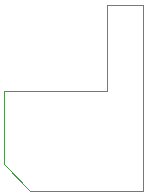
<source format=gbr>
G04 #@! TF.GenerationSoftware,KiCad,Pcbnew,(5.1.0)-1*
G04 #@! TF.CreationDate,2019-09-21T16:07:02-07:00*
G04 #@! TF.ProjectId,Miniscope-v4-wire-free-flex,4d696e69-7363-46f7-9065-2d76342d7769,rev?*
G04 #@! TF.SameCoordinates,Original*
G04 #@! TF.FileFunction,Profile,NP*
%FSLAX46Y46*%
G04 Gerber Fmt 4.6, Leading zero omitted, Abs format (unit mm)*
G04 Created by KiCad (PCBNEW (5.1.0)-1) date 2019-09-21 16:07:02*
%MOMM*%
%LPD*%
G04 APERTURE LIST*
%ADD10C,0.050000*%
G04 APERTURE END LIST*
D10*
X34250000Y-38000000D02*
X36500000Y-40250000D01*
X46000000Y-40250000D02*
X36500000Y-40250000D01*
X46000000Y-24500000D02*
X46000000Y-40250000D01*
X43000000Y-24500000D02*
X46000000Y-24500000D01*
X43000000Y-31750000D02*
X43000000Y-24500000D01*
X34250000Y-31750000D02*
X43000000Y-31750000D01*
X34250000Y-38000000D02*
X34250000Y-31750000D01*
M02*

</source>
